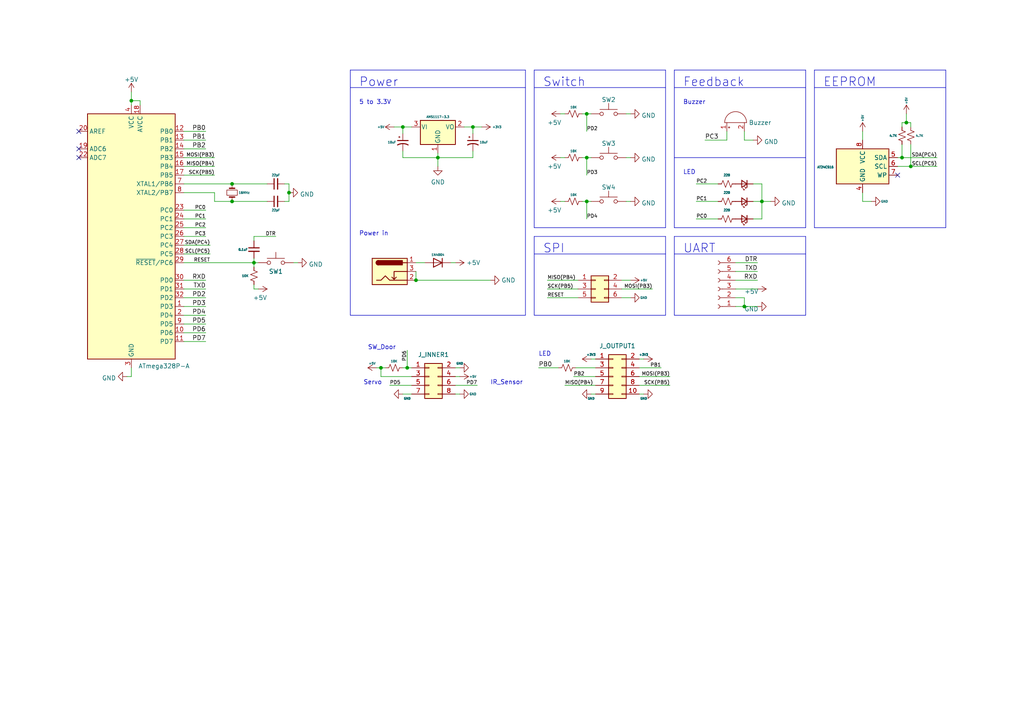
<source format=kicad_sch>
(kicad_sch (version 20211123) (generator eeschema)
  (paper "A4")
  (title_block (title "RFID Project") (date "2022-04-08") (rev "3.0") (company "Yeoncho H.S"))
  (lib_symbols
    (symbol "Connector:Barrel_Jack_Switch" (pin_names hide)
      (property "Reference" "J" (at 0 5.334 0))
      (property "Value" "Barrel_Jack_Switch" (at 0 -5.08 0))
      (symbol "Barrel_Jack_Switch_0_1"
        (rectangle (start -5.08 3.81) (end 5.08 -3.81) (stroke (width 0.254)) (fill (type background)))
        (arc (start -3.302 3.175) (mid -3.937 2.54) (end -3.302 1.905) (stroke (width 0.254)))
        (arc (start -3.302 3.175) (mid -3.937 2.54) (end -3.302 1.905) (stroke (width 0.254)) (fill (type outline)))
        (polyline (pts (xy 1.27 -2.286) (xy 1.905 -1.651)) (stroke (width 0.254)))
        (polyline (pts (xy 5.08 2.54) (xy 3.81 2.54)) (stroke (width 0.254)))
        (polyline (pts (xy 5.08 0) (xy 1.27 0) (xy 1.27 -2.286) (xy 0.635 -1.651)) (stroke (width 0.254)))
        (polyline (pts (xy -3.81 -2.54) (xy -2.54 -2.54) (xy -1.27 -1.27) (xy 0 -2.54) (xy 2.54 -2.54) (xy 5.08 -2.54)) (stroke (width 0.254)))
        (rectangle (start 3.683 3.175) (end -3.302 1.905) (stroke (width 0.254)) (fill (type outline)))
      )
      (symbol "Barrel_Jack_Switch_1_1"
        (pin passive line (at 7.62 2.54 180) (length 2.54) (name "~") (number "1"))
        (pin passive line (at 7.62 -2.54 180) (length 2.54) (name "~") (number "2"))
        (pin passive line (at 7.62 0 180) (length 2.54) (name "~") (number "3"))
      )
    )
    (symbol "Connector:Conn_01x06_Female" (pin_names (offset 1.016) hide)
      (property "Reference" "J" (at 0 7.62 0))
      (property "Value" "Conn_01x06_Female" (at 0 -10.16 0))
      (symbol "Conn_01x06_Female_1_1"
        (arc (start 0 -7.112) (mid -0.508 -7.62) (end 0 -8.128) (stroke (width 0.1524)))
        (arc (start 0 -4.572) (mid -0.508 -5.08) (end 0 -5.588) (stroke (width 0.1524)))
        (arc (start 0 -2.032) (mid -0.508 -2.54) (end 0 -3.048) (stroke (width 0.1524)))
        (polyline (pts (xy -1.27 -7.62) (xy -0.508 -7.62)) (stroke (width 0.1524)))
        (polyline (pts (xy -1.27 -5.08) (xy -0.508 -5.08)) (stroke (width 0.1524)))
        (polyline (pts (xy -1.27 -2.54) (xy -0.508 -2.54)) (stroke (width 0.1524)))
        (polyline (pts (xy -1.27 0) (xy -0.508 0)) (stroke (width 0.1524)))
        (polyline (pts (xy -1.27 2.54) (xy -0.508 2.54)) (stroke (width 0.1524)))
        (polyline (pts (xy -1.27 5.08) (xy -0.508 5.08)) (stroke (width 0.1524)))
        (arc (start 0 0.508) (mid -0.508 0) (end 0 -0.508) (stroke (width 0.1524)))
        (arc (start 0 3.048) (mid -0.508 2.54) (end 0 2.032) (stroke (width 0.1524)))
        (arc (start 0 5.588) (mid -0.508 5.08) (end 0 4.572) (stroke (width 0.1524)))
        (pin passive line (at -5.08 5.08 0) (length 3.81) (name "Pin_1") (number "1"))
        (pin passive line (at -5.08 2.54 0) (length 3.81) (name "Pin_2") (number "2"))
        (pin passive line (at -5.08 0 0) (length 3.81) (name "Pin_3") (number "3"))
        (pin passive line (at -5.08 -2.54 0) (length 3.81) (name "Pin_4") (number "4"))
        (pin passive line (at -5.08 -5.08 0) (length 3.81) (name "Pin_5") (number "5"))
        (pin passive line (at -5.08 -7.62 0) (length 3.81) (name "Pin_6") (number "6"))
      )
    )
    (symbol "Connector_Generic:Conn_02x03_Odd_Even" (pin_names (offset 1.016) hide)
      (property "Reference" "J" (at 1.27 5.08 0))
      (property "Value" "Conn_02x03_Odd_Even" (at 1.27 -5.08 0))
      (symbol "Conn_02x03_Odd_Even_1_1"
        (rectangle (start -1.27 -2.413) (end 0 -2.667) (stroke (width 0.1524)))
        (rectangle (start -1.27 0.127) (end 0 -0.127) (stroke (width 0.1524)))
        (rectangle (start -1.27 2.667) (end 0 2.413) (stroke (width 0.1524)))
        (rectangle (start -1.27 3.81) (end 3.81 -3.81) (stroke (width 0.254)) (fill (type background)))
        (rectangle (start 3.81 -2.413) (end 2.54 -2.667) (stroke (width 0.1524)))
        (rectangle (start 3.81 0.127) (end 2.54 -0.127) (stroke (width 0.1524)))
        (rectangle (start 3.81 2.667) (end 2.54 2.413) (stroke (width 0.1524)))
        (pin passive line (at -5.08 2.54 0) (length 3.81) (name "Pin_1") (number "1"))
        (pin passive line (at 7.62 2.54 180) (length 3.81) (name "Pin_2") (number "2"))
        (pin passive line (at -5.08 0 0) (length 3.81) (name "Pin_3") (number "3"))
        (pin passive line (at 7.62 0 180) (length 3.81) (name "Pin_4") (number "4"))
        (pin passive line (at -5.08 -2.54 0) (length 3.81) (name "Pin_5") (number "5"))
        (pin passive line (at 7.62 -2.54 180) (length 3.81) (name "Pin_6") (number "6"))
      )
    )
    (symbol "Connector_Generic:Conn_02x04_Odd_Even" (pin_names (offset 1.016) hide)
      (property "Reference" "J" (at 1.27 5.08 0))
      (property "Value" "Conn_02x04_Odd_Even" (at 1.27 -7.62 0))
      (symbol "Conn_02x04_Odd_Even_1_1"
        (rectangle (start -1.27 -4.953) (end 0 -5.207) (stroke (width 0.1524)))
        (rectangle (start -1.27 -2.413) (end 0 -2.667) (stroke (width 0.1524)))
        (rectangle (start -1.27 0.127) (end 0 -0.127) (stroke (width 0.1524)))
        (rectangle (start -1.27 2.667) (end 0 2.413) (stroke (width 0.1524)))
        (rectangle (start -1.27 3.81) (end 3.81 -6.35) (stroke (width 0.254)) (fill (type background)))
        (rectangle (start 3.81 -4.953) (end 2.54 -5.207) (stroke (width 0.1524)))
        (rectangle (start 3.81 -2.413) (end 2.54 -2.667) (stroke (width 0.1524)))
        (rectangle (start 3.81 0.127) (end 2.54 -0.127) (stroke (width 0.1524)))
        (rectangle (start 3.81 2.667) (end 2.54 2.413) (stroke (width 0.1524)))
        (pin passive line (at -5.08 2.54 0) (length 3.81) (name "Pin_1") (number "1"))
        (pin passive line (at 7.62 2.54 180) (length 3.81) (name "Pin_2") (number "2"))
        (pin passive line (at -5.08 0 0) (length 3.81) (name "Pin_3") (number "3"))
        (pin passive line (at 7.62 0 180) (length 3.81) (name "Pin_4") (number "4"))
        (pin passive line (at -5.08 -2.54 0) (length 3.81) (name "Pin_5") (number "5"))
        (pin passive line (at 7.62 -2.54 180) (length 3.81) (name "Pin_6") (number "6"))
        (pin passive line (at -5.08 -5.08 0) (length 3.81) (name "Pin_7") (number "7"))
        (pin passive line (at 7.62 -5.08 180) (length 3.81) (name "Pin_8") (number "8"))
      )
    )
    (symbol "Connector_Generic:Conn_02x05_Odd_Even" (pin_names (offset 1.016) hide)
      (property "Reference" "J" (at 1.27 7.62 0))
      (property "Value" "Conn_02x05_Odd_Even" (at 1.27 -7.62 0))
      (symbol "Conn_02x05_Odd_Even_1_1"
        (rectangle (start -1.27 -4.953) (end 0 -5.207) (stroke (width 0.1524)))
        (rectangle (start -1.27 -2.413) (end 0 -2.667) (stroke (width 0.1524)))
        (rectangle (start -1.27 0.127) (end 0 -0.127) (stroke (width 0.1524)))
        (rectangle (start -1.27 2.667) (end 0 2.413) (stroke (width 0.1524)))
        (rectangle (start -1.27 5.207) (end 0 4.953) (stroke (width 0.1524)))
        (rectangle (start -1.27 6.35) (end 3.81 -6.35) (stroke (width 0.254)) (fill (type background)))
        (rectangle (start 3.81 -4.953) (end 2.54 -5.207) (stroke (width 0.1524)))
        (rectangle (start 3.81 -2.413) (end 2.54 -2.667) (stroke (width 0.1524)))
        (rectangle (start 3.81 0.127) (end 2.54 -0.127) (stroke (width 0.1524)))
        (rectangle (start 3.81 2.667) (end 2.54 2.413) (stroke (width 0.1524)))
        (rectangle (start 3.81 5.207) (end 2.54 4.953) (stroke (width 0.1524)))
        (pin passive line (at -5.08 5.08 0) (length 3.81) (name "Pin_1") (number "1"))
        (pin passive line (at 7.62 -5.08 180) (length 3.81) (name "Pin_10") (number "10"))
        (pin passive line (at 7.62 5.08 180) (length 3.81) (name "Pin_2") (number "2"))
        (pin passive line (at -5.08 2.54 0) (length 3.81) (name "Pin_3") (number "3"))
        (pin passive line (at 7.62 2.54 180) (length 3.81) (name "Pin_4") (number "4"))
        (pin passive line (at -5.08 0 0) (length 3.81) (name "Pin_5") (number "5"))
        (pin passive line (at 7.62 0 180) (length 3.81) (name "Pin_6") (number "6"))
        (pin passive line (at -5.08 -2.54 0) (length 3.81) (name "Pin_7") (number "7"))
        (pin passive line (at 7.62 -2.54 180) (length 3.81) (name "Pin_8") (number "8"))
        (pin passive line (at -5.08 -5.08 0) (length 3.81) (name "Pin_9") (number "9"))
      )
    )
    (symbol "Device:Buzzer" (pin_names (offset 0.0254) hide)
      (property "Reference" "BZ" (at 3.81 1.27 0))
      (property "Value" "Buzzer" (at 3.81 -1.27 0))
      (symbol "Buzzer_0_1"
        (arc (start 0 -3.175) (mid 3.175 0) (end 0 3.175))
        (polyline (pts (xy -1.651 1.905) (xy -1.143 1.905)))
        (polyline (pts (xy -1.397 2.159) (xy -1.397 1.651)))
        (polyline (pts (xy 0 3.175) (xy 0 -3.175)))
      )
      (symbol "Buzzer_1_1"
        (pin passive line (at -2.54 2.54 0) (length 2.54) (name "-") (number "1"))
        (pin passive line (at -2.54 -2.54 0) (length 2.54) (name "+") (number "2"))
      )
    )
    (symbol "Device:C_Polarized_Small_US" (pin_numbers hide) (pin_names (offset 0.254) hide)
      (property "Reference" "C" (at 0.254 1.778 0))
      (property "Value" "C_Polarized_Small_US" (at 0.254 -2.032 0))
      (symbol "C_Polarized_Small_US_0_1"
        (polyline (pts (xy -1.524 0.508) (xy 1.524 0.508)) (stroke (width 0.3048)))
        (polyline (pts (xy -1.27 1.524) (xy -0.762 1.524)))
        (polyline (pts (xy -1.016 1.27) (xy -1.016 1.778)))
        (arc (start 1.524 -0.762) (mid 0 -0.3734) (end -1.524 -0.762) (stroke (width 0.3048)))
      )
      (symbol "C_Polarized_Small_US_1_1"
        (pin passive line (at 0 2.54 270) (length 2.032) (name "~") (number "1"))
        (pin passive line (at 0 -2.54 90) (length 2.032) (name "~") (number "2"))
      )
    )
    (symbol "Device:C_Small" (pin_numbers hide) (pin_names (offset 0.254) hide)
      (property "Reference" "C" (at 0.254 1.778 0))
      (property "Value" "C_Small" (at 0.254 -2.032 0))
      (symbol "C_Small_0_1"
        (polyline (pts (xy -1.524 -0.508) (xy 1.524 -0.508)) (stroke (width 0.3302)))
        (polyline (pts (xy -1.524 0.508) (xy 1.524 0.508)) (stroke (width 0.3048)))
      )
      (symbol "C_Small_1_1"
        (pin passive line (at 0 2.54 270) (length 2.032) (name "~") (number "1"))
        (pin passive line (at 0 -2.54 90) (length 2.032) (name "~") (number "2"))
      )
    )
    (symbol "Device:Crystal_Small" (pin_numbers hide) (pin_names (offset 1.016) hide)
      (property "Reference" "Y" (at 0 2.54 0))
      (property "Value" "Crystal_Small" (at 0 -2.54 0))
      (symbol "Crystal_Small_0_1"
        (rectangle (start -0.762 -1.524) (end 0.762 1.524))
        (polyline (pts (xy -1.27 -0.762) (xy -1.27 0.762)) (stroke (width 0.381)))
        (polyline (pts (xy 1.27 -0.762) (xy 1.27 0.762)) (stroke (width 0.381)))
      )
      (symbol "Crystal_Small_1_1"
        (pin passive line (at -2.54 0 0) (length 1.27) (name "1") (number "1"))
        (pin passive line (at 2.54 0 180) (length 1.27) (name "2") (number "2"))
      )
    )
    (symbol "Device:LED_Small" (pin_numbers hide) (pin_names (offset 0.254) hide)
      (property "Reference" "D" (at -1.27 3.175 0))
      (property "Value" "LED_Small" (at -4.445 -2.54 0))
      (symbol "LED_Small_0_1"
        (polyline (pts (xy -0.762 -1.016) (xy -0.762 1.016)) (stroke (width 0.254)))
        (polyline (pts (xy 1.016 0) (xy -0.762 0)))
        (polyline (pts (xy 0.762 -1.016) (xy -0.762 0) (xy 0.762 1.016) (xy 0.762 -1.016)) (stroke (width 0.254)))
        (polyline (pts (xy 0 0.762) (xy -0.508 1.27) (xy -0.254 1.27) (xy -0.508 1.27) (xy -0.508 1.016)))
        (polyline (pts (xy 0.508 1.27) (xy 0 1.778) (xy 0.254 1.778) (xy 0 1.778) (xy 0 1.524)))
      )
      (symbol "LED_Small_1_1"
        (pin passive line (at -2.54 0 0) (length 1.778) (name "K") (number "1"))
        (pin passive line (at 2.54 0 180) (length 1.778) (name "A") (number "2"))
      )
    )
    (symbol "Device:R_Small_US" (pin_numbers hide) (pin_names (offset 0.254) hide)
      (property "Reference" "R" (at 0.762 0.508 0))
      (property "Value" "R_Small_US" (at 0.762 -1.016 0))
      (symbol "R_Small_US_1_1"
        (polyline (pts (xy 0 0) (xy 1.016 -0.381) (xy 0 -0.762) (xy -1.016 -1.143) (xy 0 -1.524)))
        (polyline (pts (xy 0 1.524) (xy 1.016 1.143) (xy 0 0.762) (xy -1.016 0.381) (xy 0 0)))
        (pin passive line (at 0 2.54 270) (length 1.016) (name "~") (number "1"))
        (pin passive line (at 0 -2.54 90) (length 1.016) (name "~") (number "2"))
      )
    )
    (symbol "Diode:1N4004" (pin_numbers hide) (pin_names (offset 1.016) hide)
      (property "Reference" "D" (at 0 2.54 0))
      (property "Value" "1N4004" (at 0 -2.54 0))
      (symbol "1N4004_0_1"
        (polyline (pts (xy -1.27 1.27) (xy -1.27 -1.27)) (stroke (width 0.254)))
        (polyline (pts (xy 1.27 0) (xy -1.27 0)))
        (polyline (pts (xy 1.27 1.27) (xy 1.27 -1.27) (xy -1.27 0) (xy 1.27 1.27)) (stroke (width 0.254)))
      )
      (symbol "1N4004_1_1"
        (pin passive line (at -3.81 0 0) (length 2.54) (name "K") (number "1"))
        (pin passive line (at 3.81 0 180) (length 2.54) (name "A") (number "2"))
      )
    )
    (symbol "MCU_Microchip_ATmega:ATmega328P-A"
      (property "Reference" "U" (at -12.7 36.83 0))
      (property "Value" "ATmega328P-A" (at 2.54 -36.83 0))
      (symbol "ATmega328P-A_0_1"
        (rectangle (start -12.7 -35.56) (end 12.7 35.56) (stroke (width 0.254)) (fill (type background)))
      )
      (symbol "ATmega328P-A_1_1"
        (pin bidirectional line (at 15.24 -20.32 180) (length 2.54) (name "PD3") (number "1"))
        (pin bidirectional line (at 15.24 -27.94 180) (length 2.54) (name "PD6") (number "10"))
        (pin bidirectional line (at 15.24 -30.48 180) (length 2.54) (name "PD7") (number "11"))
        (pin bidirectional line (at 15.24 30.48 180) (length 2.54) (name "PB0") (number "12"))
        (pin bidirectional line (at 15.24 27.94 180) (length 2.54) (name "PB1") (number "13"))
        (pin bidirectional line (at 15.24 25.4 180) (length 2.54) (name "PB2") (number "14"))
        (pin bidirectional line (at 15.24 22.86 180) (length 2.54) (name "PB3") (number "15"))
        (pin bidirectional line (at 15.24 20.32 180) (length 2.54) (name "PB4") (number "16"))
        (pin bidirectional line (at 15.24 17.78 180) (length 2.54) (name "PB5") (number "17"))
        (pin power_in line (at 2.54 38.1 270) (length 2.54) (name "AVCC") (number "18"))
        (pin input line (at -15.24 25.4 0) (length 2.54) (name "ADC6") (number "19"))
        (pin bidirectional line (at 15.24 -22.86 180) (length 2.54) (name "PD4") (number "2"))
        (pin passive line (at -15.24 30.48 0) (length 2.54) (name "AREF") (number "20"))
        (pin passive line (at 0 -38.1 90) (length 2.54) hide (name "GND") (number "21"))
        (pin input line (at -15.24 22.86 0) (length 2.54) (name "ADC7") (number "22"))
        (pin bidirectional line (at 15.24 7.62 180) (length 2.54) (name "PC0") (number "23"))
        (pin bidirectional line (at 15.24 5.08 180) (length 2.54) (name "PC1") (number "24"))
        (pin bidirectional line (at 15.24 2.54 180) (length 2.54) (name "PC2") (number "25"))
        (pin bidirectional line (at 15.24 0 180) (length 2.54) (name "PC3") (number "26"))
        (pin bidirectional line (at 15.24 -2.54 180) (length 2.54) (name "PC4") (number "27"))
        (pin bidirectional line (at 15.24 -5.08 180) (length 2.54) (name "PC5") (number "28"))
        (pin bidirectional line (at 15.24 -7.62 180) (length 2.54) (name "~{RESET}/PC6") (number "29"))
        (pin power_in line (at 0 -38.1 90) (length 2.54) (name "GND") (number "3"))
        (pin bidirectional line (at 15.24 -12.7 180) (length 2.54) (name "PD0") (number "30"))
        (pin bidirectional line (at 15.24 -15.24 180) (length 2.54) (name "PD1") (number "31"))
        (pin bidirectional line (at 15.24 -17.78 180) (length 2.54) (name "PD2") (number "32"))
        (pin power_in line (at 0 38.1 270) (length 2.54) (name "VCC") (number "4"))
        (pin passive line (at 0 -38.1 90) (length 2.54) hide (name "GND") (number "5"))
        (pin passive line (at 0 38.1 270) (length 2.54) hide (name "VCC") (number "6"))
        (pin bidirectional line (at 15.24 15.24 180) (length 2.54) (name "XTAL1/PB6") (number "7"))
        (pin bidirectional line (at 15.24 12.7 180) (length 2.54) (name "XTAL2/PB7") (number "8"))
        (pin bidirectional line (at 15.24 -25.4 180) (length 2.54) (name "PD5") (number "9"))
      )
    )
    (symbol "Memory_EEPROM:AT24CS16-MAHM"
      (property "Reference" "U" (at -7.62 6.35 0))
      (property "Value" "AT24CS16-MAHM" (at 2.54 -6.35 0))
      (symbol "AT24CS16-MAHM_1_1"
        (rectangle (start -7.62 5.08) (end 7.62 -5.08) (stroke (width 0.254)) (fill (type background)))
        (pin power_in line (at 0 -7.62 90) (length 2.54) (name "GND") (number "4"))
        (pin bidirectional line (at 10.16 2.54 180) (length 2.54) (name "SDA") (number "5"))
        (pin input line (at 10.16 0 180) (length 2.54) (name "SCL") (number "6"))
        (pin input line (at 10.16 -2.54 180) (length 2.54) (name "WP") (number "7"))
        (pin power_in line (at 0 7.62 270) (length 2.54) (name "VCC") (number "8"))
      )
    )
    (symbol "Regulator_Linear:AMS1117-3.3" (pin_names (offset 0.254))
      (property "Reference" "U" (at -3.81 3.175 0))
      (property "Value" "AMS1117-3.3" (at 0 3.175 0))
      (symbol "AMS1117-3.3_0_1"
        (rectangle (start -5.08 -5.08) (end 5.08 1.905) (stroke (width 0.254)) (fill (type background)))
      )
      (symbol "AMS1117-3.3_1_1"
        (pin power_in line (at 0 -7.62 90) (length 2.54) (name "GND") (number "1"))
        (pin power_out line (at 7.62 0 180) (length 2.54) (name "VO") (number "2"))
        (pin power_in line (at -7.62 0 0) (length 2.54) (name "VI") (number "3"))
      )
    )
    (symbol "Switch:SW_Push" (pin_numbers hide) (pin_names (offset 1.016) hide)
      (property "Reference" "SW" (at 1.27 2.54 0))
      (property "Value" "SW_Push" (at 0 -1.524 0))
      (symbol "SW_Push_0_1"
        (circle (center -2.032 0) (radius 0.508))
        (polyline (pts (xy 0 1.27) (xy 0 3.048)))
        (polyline (pts (xy 2.54 1.27) (xy -2.54 1.27)))
        (circle (center 2.032 0) (radius 0.508))
        (pin passive line (at -5.08 0 0) (length 2.54) (name "1") (number "1"))
        (pin passive line (at 5.08 0 180) (length 2.54) (name "2") (number "2"))
      )
    )
    (symbol "power:+3.3V" (power) (pin_names (offset 0))
      (property "Value" "+3.3V" (at 0 3.556 0))
      (symbol "+3.3V_0_1"
        (polyline (pts (xy -0.762 1.27) (xy 0 2.54)))
        (polyline (pts (xy 0 0) (xy 0 2.54)))
        (polyline (pts (xy 0 2.54) (xy 0.762 1.27)))
      )
      (symbol "+3.3V_1_1"
        (pin power_in line (at 0 0 90) (length 0) hide (name "+3V3") (number "1"))
      )
    )
    (symbol "power:+5V" (power) (pin_names (offset 0))
      (property "Value" "+5V" (at 0 3.556 0))
      (symbol "+5V_0_1"
        (polyline (pts (xy -0.762 1.27) (xy 0 2.54)))
        (polyline (pts (xy 0 0) (xy 0 2.54)))
        (polyline (pts (xy 0 2.54) (xy 0.762 1.27)))
      )
      (symbol "+5V_1_1"
        (pin power_in line (at 0 0 90) (length 0) hide (name "+5V") (number "1"))
      )
    )
    (symbol "power:GND" (power) (pin_names (offset 0))
      (property "Value" "GND" (at 0 -3.81 0))
      (symbol "GND_0_1"
        (polyline (pts (xy 0 0) (xy 0 -1.27) (xy 1.27 -1.27) (xy 0 -2.54) (xy -1.27 -1.27) (xy 0 -1.27)))
      )
      (symbol "GND_1_1"
        (pin power_in line (at 0 0 270) (length 0) hide (name "GND") (number "1"))
      )
    )
  )
  (junction (at 215.9 88.9))
  (junction (at 264.16 48.26))
  (junction (at 38.1 29.21))
  (junction (at 170.18 58.42))
  (junction (at 262.89 35.56))
  (junction (at 170.18 33.02))
  (junction (at 220.98 58.42))
  (junction (at 261.62 45.72))
  (junction (at 118.11 106.68))
  (junction (at 120.65 81.28))
  (junction (at 127 45.72))
  (junction (at 67.31 58.42))
  (junction (at 67.31 53.34))
  (junction (at 137.16 36.83))
  (junction (at 170.18 45.72))
  (junction (at 116.84 36.83))
  (junction (at 110.49 106.68))
  (junction (at 83.82 55.88))
  (junction (at 73.66 76.2))
  (no_connect (at 22.86 38.1))
  (no_connect (at 260.35 50.8))
  (no_connect (at 22.86 43.18))
  (no_connect (at 22.86 45.72))
  (polyline (pts (xy 195.58 66.04) (xy 233.68 66.04)) (stroke (width 0) (type solid)))
  (wire (pts (xy 220.98 58.42) (xy 220.98 63.5)))
  (polyline (pts (xy 233.68 66.04) (xy 233.68 45.72)) (stroke (width 0) (type solid)))
  (wire (pts (xy 250.19 55.88) (xy 250.19 58.42)))
  (wire (pts (xy 38.1 26.67) (xy 38.1 29.21)))
  (wire (pts (xy 116.84 36.83) (xy 119.38 36.83)))
  (wire (pts (xy 220.98 53.34) (xy 220.98 58.42)))
  (wire (pts (xy 62.23 48.26) (xy 53.34 48.26)))
  (wire (pts (xy 53.34 96.52) (xy 59.69 96.52)))
  (wire (pts (xy 170.18 63.5) (xy 170.18 58.42)))
  (wire (pts (xy 53.34 63.5) (xy 59.69 63.5)))
  (wire (pts (xy 180.34 83.82) (xy 189.23 83.82)))
  (wire (pts (xy 53.34 76.2) (xy 73.66 76.2)))
  (wire (pts (xy 120.65 76.2) (xy 123.19 76.2)))
  (wire (pts (xy 53.34 99.06) (xy 59.69 99.06)))
  (wire (pts (xy 158.75 81.28) (xy 167.64 81.28)))
  (wire (pts (xy 215.9 86.36) (xy 215.9 88.9)))
  (wire (pts (xy 132.08 114.3) (xy 133.35 114.3)))
  (wire (pts (xy 114.3 36.83) (xy 116.84 36.83)))
  (wire (pts (xy 208.28 53.34) (xy 201.93 53.34)))
  (wire (pts (xy 36.83 109.22) (xy 38.1 109.22)))
  (wire (pts (xy 83.82 55.88) (xy 83.82 58.42)))
  (wire (pts (xy 172.72 114.3) (xy 171.45 114.3)))
  (wire (pts (xy 261.62 45.72) (xy 271.78 45.72)))
  (wire (pts (xy 53.34 68.58) (xy 59.69 68.58)))
  (polyline (pts (xy 101.6 25.4) (xy 152.4 25.4)) (stroke (width 0) (type solid)))
  (wire (pts (xy 53.34 38.1) (xy 59.69 38.1)))
  (wire (pts (xy 142.24 81.28) (xy 120.65 81.28)))
  (wire (pts (xy 127 45.72) (xy 137.16 45.72)))
  (wire (pts (xy 182.88 33.02) (xy 181.61 33.02)))
  (wire (pts (xy 262.89 35.56) (xy 264.16 35.56)))
  (wire (pts (xy 74.93 76.2) (xy 73.66 76.2)))
  (wire (pts (xy 185.42 114.3) (xy 186.69 114.3)))
  (wire (pts (xy 182.88 45.72) (xy 181.61 45.72)))
  (wire (pts (xy 208.28 58.42) (xy 201.93 58.42)))
  (polyline (pts (xy 195.58 45.72) (xy 233.68 45.72)) (stroke (width 0) (type solid)))
  (wire (pts (xy 261.62 35.56) (xy 262.89 35.56)))
  (wire (pts (xy 116.84 114.3) (xy 119.38 114.3)))
  (wire (pts (xy 74.93 83.82) (xy 73.66 83.82)))
  (wire (pts (xy 182.88 81.28) (xy 180.34 81.28)))
  (polyline (pts (xy 274.32 20.32) (xy 274.32 66.04)) (stroke (width 0) (type solid)))
  (wire (pts (xy 132.08 109.22) (xy 133.35 109.22)))
  (wire (pts (xy 264.16 48.26) (xy 271.78 48.26)))
  (wire (pts (xy 73.66 77.47) (xy 73.66 76.2)))
  (polyline (pts (xy 101.6 20.32) (xy 101.6 91.44)) (stroke (width 0) (type solid)))
  (wire (pts (xy 83.82 53.34) (xy 83.82 55.88)))
  (polyline (pts (xy 154.94 20.32) (xy 154.94 66.04)) (stroke (width 0) (type solid)))
  (wire (pts (xy 171.45 104.14) (xy 172.72 104.14)))
  (wire (pts (xy 170.18 33.02) (xy 171.45 33.02)))
  (wire (pts (xy 38.1 106.68) (xy 38.1 109.22)))
  (polyline (pts (xy 154.94 91.44) (xy 193.04 91.44)) (stroke (width 0) (type solid)))
  (wire (pts (xy 180.34 86.36) (xy 182.88 86.36)))
  (wire (pts (xy 168.91 58.42) (xy 170.18 58.42)))
  (wire (pts (xy 53.34 60.96) (xy 59.69 60.96)))
  (polyline (pts (xy 154.94 66.04) (xy 193.04 66.04)) (stroke (width 0) (type solid)))
  (wire (pts (xy 264.16 41.91) (xy 264.16 48.26)))
  (wire (pts (xy 110.49 109.22) (xy 110.49 106.68)))
  (wire (pts (xy 67.31 53.34) (xy 77.47 53.34)))
  (wire (pts (xy 82.55 53.34) (xy 83.82 53.34)))
  (wire (pts (xy 53.34 93.98) (xy 59.69 93.98)))
  (wire (pts (xy 163.83 111.76) (xy 172.72 111.76)))
  (polyline (pts (xy 233.68 20.32) (xy 233.68 45.72)) (stroke (width 0) (type solid)))
  (polyline (pts (xy 195.58 68.58) (xy 233.68 68.58)) (stroke (width 0) (type solid)))
  (wire (pts (xy 116.84 36.83) (xy 116.84 38.735)))
  (polyline (pts (xy 236.22 66.04) (xy 274.32 66.04)) (stroke (width 0) (type solid)))
  (wire (pts (xy 132.08 106.68) (xy 133.35 106.68)))
  (wire (pts (xy 62.23 50.8) (xy 53.34 50.8)))
  (wire (pts (xy 250.19 58.42) (xy 252.73 58.42)))
  (wire (pts (xy 110.49 106.68) (xy 111.76 106.68)))
  (wire (pts (xy 158.75 83.82) (xy 167.64 83.82)))
  (wire (pts (xy 116.84 45.72) (xy 127 45.72)))
  (wire (pts (xy 185.42 104.14) (xy 186.69 104.14)))
  (wire (pts (xy 137.16 43.815) (xy 137.16 45.72)))
  (wire (pts (xy 118.11 106.68) (xy 119.38 106.68)))
  (wire (pts (xy 53.34 81.28) (xy 59.69 81.28)))
  (wire (pts (xy 132.08 111.76) (xy 138.43 111.76)))
  (wire (pts (xy 156.21 106.68) (xy 161.925 106.68)))
  (wire (pts (xy 119.38 111.76) (xy 113.03 111.76)))
  (polyline (pts (xy 154.94 20.32) (xy 193.04 20.32)) (stroke (width 0) (type solid)))
  (wire (pts (xy 182.88 58.42) (xy 181.61 58.42)))
  (polyline (pts (xy 236.22 25.4) (xy 274.32 25.4)) (stroke (width 0) (type solid)))
  (wire (pts (xy 219.71 83.82) (xy 213.36 83.82)))
  (wire (pts (xy 38.1 29.21) (xy 38.1 30.48)))
  (wire (pts (xy 261.62 41.91) (xy 261.62 45.72)))
  (wire (pts (xy 53.34 73.66) (xy 60.96 73.66)))
  (wire (pts (xy 260.35 48.26) (xy 264.16 48.26)))
  (wire (pts (xy 134.62 36.83) (xy 137.16 36.83)))
  (wire (pts (xy 137.16 36.83) (xy 139.7 36.83)))
  (wire (pts (xy 264.16 35.56) (xy 264.16 36.83)))
  (wire (pts (xy 53.34 91.44) (xy 59.69 91.44)))
  (wire (pts (xy 53.34 88.9) (xy 59.69 88.9)))
  (wire (pts (xy 172.72 106.68) (xy 167.005 106.68)))
  (wire (pts (xy 262.89 33.02) (xy 262.89 35.56)))
  (wire (pts (xy 223.52 58.42) (xy 220.98 58.42)))
  (wire (pts (xy 163.83 58.42) (xy 162.56 58.42)))
  (polyline (pts (xy 195.58 73.66) (xy 233.68 73.66)) (stroke (width 0) (type solid)))
  (wire (pts (xy 67.31 58.42) (xy 62.23 58.42)))
  (polyline (pts (xy 193.04 20.32) (xy 193.04 66.04)) (stroke (width 0) (type solid)))
  (polyline (pts (xy 195.58 91.44) (xy 233.68 91.44)) (stroke (width 0) (type solid)))
  (wire (pts (xy 120.65 78.74) (xy 120.65 81.28)))
  (wire (pts (xy 62.23 55.88) (xy 62.23 58.42)))
  (polyline (pts (xy 195.58 20.32) (xy 233.68 20.32)) (stroke (width 0) (type solid)))
  (wire (pts (xy 163.83 33.02) (xy 162.56 33.02)))
  (polyline (pts (xy 154.94 25.4) (xy 193.04 25.4)) (stroke (width 0) (type solid)))
  (wire (pts (xy 59.69 86.36) (xy 53.34 86.36)))
  (polyline (pts (xy 154.94 68.58) (xy 193.04 68.58)) (stroke (width 0) (type solid)))
  (wire (pts (xy 132.08 76.2) (xy 130.81 76.2)))
  (polyline (pts (xy 193.04 91.44) (xy 193.04 68.58)) (stroke (width 0) (type solid)))
  (wire (pts (xy 53.34 45.72) (xy 62.23 45.72)))
  (wire (pts (xy 204.47 40.64) (xy 210.82 40.64)))
  (wire (pts (xy 172.72 109.22) (xy 166.37 109.22)))
  (wire (pts (xy 118.11 101.6) (xy 118.11 106.68)))
  (wire (pts (xy 116.84 106.68) (xy 118.11 106.68)))
  (polyline (pts (xy 195.58 45.72) (xy 195.58 66.04)) (stroke (width 0) (type solid)))
  (polyline (pts (xy 236.22 20.32) (xy 236.22 66.04)) (stroke (width 0) (type solid)))
  (wire (pts (xy 170.18 50.8) (xy 170.18 45.72)))
  (wire (pts (xy 210.82 38.1) (xy 210.82 40.64)))
  (wire (pts (xy 261.62 36.83) (xy 261.62 35.56)))
  (wire (pts (xy 168.91 45.72) (xy 170.18 45.72)))
  (wire (pts (xy 170.18 58.42) (xy 171.45 58.42)))
  (polyline (pts (xy 195.58 68.58) (xy 195.58 91.44)) (stroke (width 0) (type solid)))
  (wire (pts (xy 77.47 58.42) (xy 67.31 58.42)))
  (wire (pts (xy 127 48.26) (xy 127 45.72)))
  (wire (pts (xy 53.34 55.88) (xy 62.23 55.88)))
  (wire (pts (xy 219.71 88.9) (xy 215.9 88.9)))
  (wire (pts (xy 218.44 58.42) (xy 220.98 58.42)))
  (wire (pts (xy 220.98 63.5) (xy 218.44 63.5)))
  (wire (pts (xy 260.35 45.72) (xy 261.62 45.72)))
  (wire (pts (xy 109.22 106.68) (xy 110.49 106.68)))
  (wire (pts (xy 40.64 30.48) (xy 40.64 29.21)))
  (wire (pts (xy 85.09 76.2) (xy 86.36 76.2)))
  (polyline (pts (xy 101.6 20.32) (xy 152.4 20.32)) (stroke (width 0) (type solid)))
  (wire (pts (xy 170.18 38.1) (xy 170.18 33.02)))
  (wire (pts (xy 250.19 38.1) (xy 250.19 40.64)))
  (wire (pts (xy 73.66 74.93) (xy 73.66 76.2)))
  (wire (pts (xy 213.36 86.36) (xy 215.9 86.36)))
  (polyline (pts (xy 195.58 25.4) (xy 233.68 25.4)) (stroke (width 0) (type solid)))
  (wire (pts (xy 215.9 88.9) (xy 213.36 88.9)))
  (wire (pts (xy 73.66 83.82) (xy 73.66 82.55)))
  (wire (pts (xy 215.9 40.64) (xy 218.44 40.64)))
  (wire (pts (xy 82.55 58.42) (xy 83.82 58.42)))
  (wire (pts (xy 73.66 68.58) (xy 73.66 69.85)))
  (wire (pts (xy 215.9 38.1) (xy 215.9 40.64)))
  (wire (pts (xy 53.34 83.82) (xy 59.69 83.82)))
  (wire (pts (xy 218.44 53.34) (xy 220.98 53.34)))
  (wire (pts (xy 158.75 86.36) (xy 167.64 86.36)))
  (polyline (pts (xy 154.94 68.58) (xy 154.94 91.44)) (stroke (width 0) (type solid)))
  (wire (pts (xy 53.34 43.18) (xy 59.69 43.18)))
  (wire (pts (xy 53.34 40.64) (xy 59.69 40.64)))
  (polyline (pts (xy 195.58 20.32) (xy 195.58 45.72)) (stroke (width 0) (type solid)))
  (polyline (pts (xy 152.4 91.44) (xy 152.4 20.32)) (stroke (width 0) (type solid)))
  (wire (pts (xy 185.42 106.68) (xy 191.77 106.68)))
  (wire (pts (xy 163.83 45.72) (xy 162.56 45.72)))
  (polyline (pts (xy 101.6 91.44) (xy 152.4 91.44)) (stroke (width 0) (type solid)))
  (wire (pts (xy 185.42 109.22) (xy 194.31 109.22)))
  (wire (pts (xy 40.64 29.21) (xy 38.1 29.21)))
  (wire (pts (xy 219.71 81.28) (xy 213.36 81.28)))
  (wire (pts (xy 219.71 78.74) (xy 213.36 78.74)))
  (wire (pts (xy 170.18 45.72) (xy 171.45 45.72)))
  (wire (pts (xy 219.71 76.2) (xy 213.36 76.2)))
  (wire (pts (xy 53.34 66.04) (xy 59.69 66.04)))
  (wire (pts (xy 53.34 71.12) (xy 60.96 71.12)))
  (wire (pts (xy 137.16 36.83) (xy 137.16 38.735)))
  (wire (pts (xy 53.34 53.34) (xy 67.31 53.34)))
  (polyline (pts (xy 154.94 73.66) (xy 193.04 73.66)) (stroke (width 0) (type solid)))
  (wire (pts (xy 127 44.45) (xy 127 45.72)))
  (wire (pts (xy 168.91 33.02) (xy 170.18 33.02)))
  (wire (pts (xy 194.31 111.76) (xy 185.42 111.76)))
  (wire (pts (xy 208.28 63.5) (xy 201.93 63.5)))
  (polyline (pts (xy 236.22 20.32) (xy 274.32 20.32)) (stroke (width 0) (type solid)))
  (polyline (pts (xy 233.68 91.44) (xy 233.68 68.58)) (stroke (width 0) (type solid)))
  (wire (pts (xy 110.49 109.22) (xy 119.38 109.22)))
  (wire (pts (xy 80.01 68.58) (xy 73.66 68.58)))
  (wire (pts (xy 116.84 43.815) (xy 116.84 45.72)))
  (text "Feedback" (at 198.12 25.4 0) (effects (font (size 2.54 2.54)) (justify left bottom)))
  (text "Power in" (at 104.14 68.58 0) (effects (font (size 1.27 1.27)) (justify left bottom)))
  (text "Power" (at 104.14 25.4 0) (effects (font (size 2.54 2.54)) (justify left bottom)))
  (text "Servo" (at 105.41 111.76 0) (effects (font (size 1.27 1.27)) (justify left bottom)))
  (text "UART" (at 198.12 73.66 0) (effects (font (size 2.54 2.54)) (justify left bottom)))
  (text "Buzzer" (at 198.12 30.48 0) (effects (font (size 1.27 1.27)) (justify left bottom)))
  (text "IR_Sensor" (at 142.24 111.76 0) (effects (font (size 1.27 1.27)) (justify left bottom)))
  (text "LED" (at 198.12 50.8 0) (effects (font (size 1.27 1.27)) (justify left bottom)))
  (text "LED" (at 156.21 103.505 0) (effects (font (size 1.27 1.27)) (justify left bottom)))
  (text "SW_Door" (at 106.68 101.6 0) (effects (font (size 1.27 1.27)) (justify left bottom)))
  (text "SPI" (at 157.48 73.66 0) (effects (font (size 2.54 2.54)) (justify left bottom)))
  (text "5 to 3.3V" (at 104.14 30.48 0) (effects (font (size 1.27 1.27)) (justify left bottom)))
  (text "EEPROM" (at 238.76 25.4 0) (effects (font (size 2.54 2.54)) (justify left bottom)))
  (text "Switch" (at 157.48 25.4 0) (effects (font (size 2.54 2.54)) (justify left bottom)))
  (label "RESET" (at 60.96 76.2 180) (effects (font (size 1.016 1.016))))
  (label "PD7" (at 59.69 99.06 180))
  (label "PD4" (at 170.18 63.5 0) (effects (font (size 1.016 1.016))))
  (label "SCL(PC5)" (at 60.96 73.66 180) (effects (font (size 1.016 1.016))))
  (label "PC3" (at 59.69 68.58 180) (effects (font (size 1.016 1.016))))
  (label "MISO(PB4)" (at 62.23 48.26 180) (effects (font (size 1.016 1.016))))
  (label "PB0" (at 156.21 106.68 0))
  (label "SCK(PB5)" (at 62.23 50.8 180) (effects (font (size 1.016 1.016))))
  (label "PB1" (at 191.77 106.68 180) (effects (font (size 1.016 1.016))))
  (label "DTR" (at 80.01 68.58 180) (effects (font (size 1.016 1.016))))
  (label "PC2" (at 59.69 66.04 180) (effects (font (size 1.016 1.016))))
  (label "PB1" (at 59.69 40.64 180))
  (label "SDA(PC4)" (at 60.96 71.12 180) (effects (font (size 1.016 1.016))))
  (label "PD6" (at 118.11 101.6 270) (effects (font (size 1.016 1.016))))
  (label "MOSI(PB3)" (at 194.31 109.22 180) (effects (font (size 1.016 1.016))))
  (label "PB2" (at 166.37 109.22 0) (effects (font (size 1.016 1.016))))
  (label "PD5" (at 113.03 111.76 0) (effects (font (size 1.016 1.016))))
  (label "PC0" (at 59.69 60.96 180) (effects (font (size 1.016 1.016))))
  (label "TXD" (at 59.69 83.82 180))
  (label "PB2" (at 59.69 43.18 180))
  (label "PD3" (at 59.69 88.9 180))
  (label "PD6" (at 59.69 96.52 180))
  (label "DTR" (at 219.71 76.2 180))
  (label "MOSI(PB3)" (at 62.23 45.72 180) (effects (font (size 1.016 1.016))))
  (label "PC1" (at 59.69 63.5 180) (effects (font (size 1.016 1.016))))
  (label "SCK(PB5)" (at 194.31 111.76 180) (effects (font (size 1.016 1.016))))
  (label "PD7" (at 138.43 111.76 180) (effects (font (size 1.016 1.016))))
  (label "SCK(PB5)" (at 158.75 83.82 0) (effects (font (size 1.016 1.016))))
  (label "RESET" (at 158.75 86.36 0) (effects (font (size 1.016 1.016))))
  (label "PC1" (at 201.93 58.42 0) (effects (font (size 1.016 1.016))))
  (label "PD4" (at 59.69 91.44 180))
  (label "PC0" (at 201.93 63.5 0) (effects (font (size 1.016 1.016))))
  (label "SDA(PC4)" (at 271.78 45.72 180) (effects (font (size 1.016 1.016))))
  (label "PD3" (at 170.18 50.8 0) (effects (font (size 1.016 1.016))))
  (label "PC2" (at 201.93 53.34 0) (effects (font (size 1.016 1.016))))
  (label "PD2" (at 59.69 86.36 180))
  (label "PB0" (at 59.69 38.1 180))
  (label "RXD" (at 59.69 81.28 180))
  (label "PD5" (at 59.69 93.98 180))
  (label "MISO(PB4)" (at 163.83 111.76 0) (effects (font (size 1.016 1.016))))
  (label "SCL(PC5)" (at 271.78 48.26 180) (effects (font (size 1.016 1.016))))
  (label "PD2" (at 170.18 38.1 0) (effects (font (size 1.016 1.016))))
  (label "MOSI(PB3)" (at 189.23 83.82 180) (effects (font (size 1.016 1.016))))
  (label "PC3" (at 204.47 40.64 0))
  (label "MISO(PB4)" (at 158.75 81.28 0) (effects (font (size 1.016 1.016))))
  (label "RXD" (at 219.71 81.28 180))
  (label "TXD" (at 219.71 78.74 180))
  (symbol (lib_id "power:GND") (at 171.45 114.3 270) (mirror x) (unit 1)
    (property "Reference" "#PWR020" (effects hide))
    (property "Value" "GND" (at 171.45 115.57 90) (effects (font (size 0.635 0.635))))
  )
  (symbol (lib_id "power:+3.3V") (at 171.45 104.14 90) (unit 1)
    (property "Reference" "#PWR019" (effects hide))
    (property "Value" "+3.3V" (at 171.45 102.87 90) (effects (font (size 0.635 0.635))))
  )
  (symbol (lib_id "power:GND") (at 127 48.26 0) (unit 1)
    (property "Reference" "#PWR09" (effects hide))
    (property "Value" "GND" (at 127 52.8225 0))
  )
  (symbol (lib_id "power:GND") (at 223.52 58.42 90) (unit 1)
    (property "Reference" "#PWR031" (effects hide))
    (property "Value" "GND" (at 226.695 58.899 90) (effects (justify right)))
  )
  (symbol (lib_id "power:+5V") (at 133.35 109.22 270) (unit 1)
    (property "Reference" "#PWR011" (effects hide))
    (property "Value" "+5V" (at 137.16 109.22 90) (effects (font (size 0.635 0.635))))
  )
  (symbol (lib_id "Device:LED_Small") (at 215.9 63.5 180) (unit 1)
    (property "Reference" "D4" (effects hide))
    (property "Value" "LED_Small" (effects hide))
    (property "Footprint" "LED_SMD:LED_0603_1608Metric" (effects hide))
  )
  (symbol (lib_id "Device:R_Small_US") (at 73.66 80.01 180) (unit 1)
    (property "Reference" "R1" (effects hide))
    (property "Value" "10K" (at 71.12 80.01 0) (effects (font (size 0.635 0.635))))
    (property "Footprint" "Resistor_SMD:R_0603_1608Metric" (effects hide))
  )
  (symbol (lib_id "Device:R_Small_US") (at 210.82 58.42 90) (unit 1)
    (property "Reference" "R8" (effects hide))
    (property "Value" "220" (at 210.82 55.88 90) (effects (font (size 0.635 0.635))))
    (property "Footprint" "Resistor_SMD:R_0603_1608Metric" (effects hide))
  )
  (symbol (lib_id "power:GND") (at 182.88 58.42 90) (unit 1)
    (property "Reference" "#PWR023" (effects hide))
    (property "Value" "GND" (at 186.055 58.899 90) (effects (justify right)))
  )
  (symbol (lib_id "Device:C_Polarized_Small_US") (at 137.16 41.275 0) (unit 1)
    (property "Reference" "C5" (effects hide))
    (property "Value" "10uF" (at 140.335 41.275 0) (effects (font (size 0.635 0.635))))
    (property "Footprint" "Capacitor_Tantalum_SMD:CP_EIA-3216-10_Kemet-I" (effects hide))
  )
  (symbol (lib_id "power:GND") (at 36.83 109.22 270) (unit 1)
    (property "Reference" "#PWR01" (effects hide))
    (property "Value" "GND" (at 33.6551 109.6538 90) (effects (justify right)))
  )
  (symbol (lib_id "power:+5V") (at 162.56 33.02 90) (unit 1)
    (property "Reference" "#PWR016" (effects hide))
    (property "Value" "+5V" (at 158.75 35.56 90) (effects (justify right)))
  )
  (symbol (lib_id "power:GND") (at 252.73 58.42 90) (unit 1)
    (property "Reference" "#PWR033" (effects hide))
    (property "Value" "GND" (at 256.54 58.42 90) (effects (font (size 0.635 0.635))))
  )
  (symbol (lib_id "power:GND") (at 86.36 76.2 90) (unit 1)
    (property "Reference" "#PWR05" (effects hide))
    (property "Value" "GND" (at 89.535 76.679 90) (effects (justify right)))
  )
  (symbol (lib_id "Connector:Barrel_Jack_Switch") (at 113.03 78.74 0) (unit 1)
    (property "Reference" "POWER_JACK1" (effects hide))
    (property "Value" "5.5pi" (effects hide))
    (property "Footprint" "Connector_BarrelJack:BarrelJack_Horizontal" (effects hide))
  )
  (symbol (lib_id "Device:R_Small_US") (at 164.465 106.68 90) (unit 1)
    (property "Reference" "R3" (effects hide))
    (property "Value" "10K" (at 164.465 104.775 90) (effects (font (size 0.635 0.635))))
    (property "Footprint" "Resistor_SMD:R_0603_1608Metric" (effects hide))
  )
  (symbol (lib_id "power:GND") (at 182.88 45.72 90) (unit 1)
    (property "Reference" "#PWR022" (effects hide))
    (property "Value" "GND" (at 186.055 46.199 90) (effects (justify right)))
  )
  (symbol (lib_id "Switch:SW_Push") (at 176.53 33.02 0) (unit 1)
    (property "Reference" "SW2" (at 176.53 28.9075 0))
    (property "Value" "SW_Push" (effects hide))
    (property "Footprint" "Button_Switch_THT:SW_PUSH-12mm" (effects hide))
  )
  (symbol (lib_id "power:+5V") (at 114.3 36.83 90) (unit 1)
    (property "Reference" "#PWR07" (effects hide))
    (property "Value" "+5V" (at 110.49 36.83 90) (effects (font (size 0.635 0.635))))
  )
  (symbol (lib_id "power:GND") (at 133.35 114.3 90) (unit 1)
    (property "Reference" "#PWR012" (effects hide))
    (property "Value" "GND" (at 137.16 114.3 90) (effects (font (size 0.635 0.635))))
  )
  (symbol (lib_id "MCU_Microchip_ATmega:ATmega328P-A") (at 38.1 68.58 0) (unit 1)
    (property "Reference" "U1" (effects hide))
    (property "Value" "ATmega328P-A" (at 40.1194 106.1704 0) (effects (justify left)))
    (property "Footprint" "Package_QFP:TQFP-32_7x7mm_P0.8mm" (effects hide))
    (property "Datasheet" "http://ww1.microchip.com/downloads/en/DeviceDoc/ATmega328_P%20AVR%20MCU%20with%20picoPower%20Technology%20Data%20Sheet%2040001984A.pdf" (effects hide))
  )
  (symbol (lib_id "power:+5V") (at 182.88 81.28 270) (unit 1)
    (property "Reference" "#PWR024" (effects hide))
    (property "Value" "+5V" (at 186.69 81.28 90) (effects (font (size 0.635 0.635))))
  )
  (symbol (lib_id "Device:C_Polarized_Small_US") (at 116.84 41.275 0) (unit 1)
    (property "Reference" "C4" (effects hide))
    (property "Value" "10uF" (at 113.665 41.275 0) (effects (font (size 0.635 0.635))))
    (property "Footprint" "Capacitor_Tantalum_SMD:CP_EIA-3216-10_Kemet-I" (effects hide))
  )
  (symbol (lib_id "power:+5V") (at 162.56 45.72 90) (unit 1)
    (property "Reference" "#PWR017" (effects hide))
    (property "Value" "+5V" (at 158.75 48.26 90) (effects (justify right)))
  )
  (symbol (lib_id "power:+5V") (at 162.56 58.42 90) (unit 1)
    (property "Reference" "#PWR018" (effects hide))
    (property "Value" "+5V" (at 158.75 60.96 90) (effects (justify right)))
  )
  (symbol (lib_id "Device:R_Small_US") (at 166.37 33.02 90) (unit 1)
    (property "Reference" "R4" (effects hide))
    (property "Value" "10K" (at 166.37 31.1052 90) (effects (font (size 0.635 0.635))))
    (property "Footprint" "Resistor_SMD:R_0603_1608Metric" (effects hide))
  )
  (symbol (lib_id "power:GND") (at 83.82 55.88 90) (unit 1)
    (property "Reference" "#PWR04" (effects hide))
    (property "Value" "GND" (at 86.995 56.359 90) (effects (justify right)))
  )
  (symbol (lib_id "Device:LED_Small") (at 215.9 58.42 180) (unit 1)
    (property "Reference" "D3" (effects hide))
    (property "Value" "LED_Small" (effects hide))
    (property "Footprint" "LED_SMD:LED_0603_1608Metric" (effects hide))
  )
  (symbol (lib_id "power:GND") (at 116.84 114.3 270) (unit 1)
    (property "Reference" "#PWR08" (effects hide))
    (property "Value" "GND" (at 118.11 115.57 90) (effects (font (size 0.635 0.635))))
  )
  (symbol (lib_id "power:GND") (at 182.88 86.36 90) (unit 1)
    (property "Reference" "#PWR025" (effects hide))
    (property "Value" "GND" (at 186.69 86.36 90) (effects (font (size 0.635 0.635))))
  )
  (symbol (lib_id "Device:R_Small_US") (at 166.37 45.72 90) (unit 1)
    (property "Reference" "R5" (effects hide))
    (property "Value" "10K" (at 166.37 43.815 90) (effects (font (size 0.635 0.635))))
    (property "Footprint" "Resistor_SMD:R_0603_1608Metric" (effects hide))
  )
  (symbol (lib_id "Device:R_Small_US") (at 114.3 106.68 270) (unit 1)
    (property "Reference" "R2" (effects hide))
    (property "Value" "10K" (at 114.3 104.775 90) (effects (font (size 0.635 0.635))))
    (property "Footprint" "Resistor_SMD:R_0603_1608Metric" (effects hide))
  )
  (symbol (lib_id "power:+5V") (at 262.89 33.02 0) (unit 1)
    (property "Reference" "#PWR034" (effects hide))
    (property "Value" "+5V" (at 262.89 29.21 90) (effects (font (size 0.635 0.635))))
  )
  (symbol (lib_id "Device:Crystal_Small") (at 67.31 55.88 90) (unit 1)
    (property "Reference" "Y1" (effects hide))
    (property "Value" "16MHz" (at 69.215 55.88 90) (effects (font (size 0.635 0.635)) (justify right)))
    (property "Footprint" "Crystal:Crystal_HC49-4H_Vertical" (effects hide))
  )
  (symbol (lib_id "power:GND") (at 133.35 106.68 90) (unit 1)
    (property "Reference" "#PWR010" (effects hide))
    (property "Value" "GND" (at 133.35 105.41 90) (effects (font (size 0.635 0.635))))
  )
  (symbol (lib_id "Device:LED_Small") (at 215.9 53.34 180) (unit 1)
    (property "Reference" "D2" (effects hide))
    (property "Value" "LED_Small" (effects hide))
    (property "Footprint" "LED_SMD:LED_0603_1608Metric" (effects hide))
  )
  (symbol (lib_id "power:+3.3V") (at 186.69 104.14 270) (unit 1)
    (property "Reference" "#PWR026" (effects hide))
    (property "Value" "+3.3V" (at 186.69 102.87 90) (effects (font (size 0.635 0.635))))
  )
  (symbol (lib_id "Device:R_Small_US") (at 210.82 53.34 90) (unit 1)
    (property "Reference" "R7" (effects hide))
    (property "Value" "220" (at 210.82 50.8 90) (effects (font (size 0.635 0.635))))
    (property "Footprint" "Resistor_SMD:R_0603_1608Metric" (effects hide))
  )
  (symbol (lib_id "power:+5V") (at 250.19 38.1 0) (unit 1)
    (property "Reference" "#PWR032" (effects hide))
    (property "Value" "+5V" (at 250.19 34.29 90) (effects (font (size 0.635 0.635))))
  )
  (symbol (lib_id "Connector_Generic:Conn_02x03_Odd_Even") (at 172.72 83.82 0) (unit 1)
    (property "Reference" "J_SPI1" (effects hide))
    (property "Value" "Conn_02x03_Odd_Even" (effects hide))
    (property "Footprint" "Connector_PinHeader_2.54mm:PinHeader_2x03_P2.54mm_Vertical" (effects hide))
  )
  (symbol (lib_id "Regulator_Linear:AMS1117-3.3") (at 127 36.83 0) (unit 1)
    (property "Reference" "U2" (effects hide))
    (property "Value" "AMS1117-3.3" (at 127 33.8992 0) (effects (font (size 0.635 0.635))))
    (property "Footprint" "Package_TO_SOT_SMD:SOT-223-3_TabPin2" (effects hide))
    (property "Datasheet" "http://www.advanced-monolithic.com/pdf/ds1117.pdf" (effects hide))
  )
  (symbol (lib_id "Switch:SW_Push") (at 176.53 58.42 0) (unit 1)
    (property "Reference" "SW4" (at 176.53 54.3075 0))
    (property "Value" "SW_Push" (effects hide))
    (property "Footprint" "Button_Switch_THT:SW_PUSH_6mm_H5mm" (effects hide))
  )
  (symbol (lib_id "power:GND") (at 219.71 88.9 90) (unit 1)
    (property "Reference" "#PWR030" (effects hide))
    (property "Value" "GND" (at 215.9 88.9 90) (effects (justify right bottom)))
  )
  (symbol (lib_id "power:+5V") (at 74.93 83.82 270) (unit 1)
    (property "Reference" "#PWR03" (effects hide))
    (property "Value" "+5V" (at 77.47 86.36 90) (effects (justify right)))
  )
  (symbol (lib_id "Device:R_Small_US") (at 210.82 63.5 90) (unit 1)
    (property "Reference" "R9" (effects hide))
    (property "Value" "220" (at 210.82 60.96 90) (effects (font (size 0.635 0.635))))
    (property "Footprint" "Resistor_SMD:R_0603_1608Metric" (effects hide))
  )
  (symbol (lib_id "Connector_Generic:Conn_02x05_Odd_Even") (at 177.8 109.22 0) (unit 1)
    (property "Reference" "J_OUTPUT1" (at 179.07 100.33 0))
    (property "Value" "Conn_02x05_Odd_Even" (effects hide))
    (property "Footprint" "Connector_PinHeader_2.54mm:PinHeader_2x05_P2.54mm_Vertical" (effects hide))
  )
  (symbol (lib_id "power:+5V") (at 109.22 106.68 90) (unit 1)
    (property "Reference" "#PWR06" (effects hide))
    (property "Value" "+5V" (at 107.95 105.41 90) (effects (font (size 0.635 0.635))))
  )
  (symbol (lib_id "Device:C_Small") (at 80.01 58.42 90) (unit 1)
    (property "Reference" "C3" (effects hide))
    (property "Value" "22pF" (at 80.01 60.96 90) (effects (font (size 0.635 0.635))))
    (property "Footprint" "Capacitor_SMD:C_0603_1608Metric" (effects hide))
  )
  (symbol (lib_id "power:+5V") (at 219.71 83.82 270) (unit 1)
    (property "Reference" "#PWR029" (effects hide))
    (property "Value" "+5V" (at 215.9 83.82 90) (effects (justify left top)))
  )
  (symbol (lib_id "Device:R_Small_US") (at 166.37 58.42 90) (unit 1)
    (property "Reference" "R6" (effects hide))
    (property "Value" "10K" (at 166.37 56.515 90) (effects (font (size 0.635 0.635))))
    (property "Footprint" "Resistor_SMD:R_0603_1608Metric" (effects hide))
  )
  (symbol (lib_id "power:GND") (at 182.88 33.02 90) (unit 1)
    (property "Reference" "#PWR021" (effects hide))
    (property "Value" "GND" (at 186.055 33.499 90) (effects (justify right)))
  )
  (symbol (lib_id "power:+3.3V") (at 139.7 36.83 270) (unit 1)
    (property "Reference" "#PWR013" (effects hide))
    (property "Value" "+3.3V" (at 144.145 36.83 90) (effects (font (size 0.635 0.635))))
  )
  (symbol (lib_id "power:GND") (at 186.69 114.3 90) (mirror x) (unit 1)
    (property "Reference" "#PWR027" (effects hide))
    (property "Value" "GND" (at 186.69 115.57 90) (effects (font (size 0.635 0.635))))
  )
  (symbol (lib_id "Switch:SW_Push") (at 176.53 45.72 0) (unit 1)
    (property "Reference" "SW3" (at 176.53 41.6075 0))
    (property "Value" "SW_Push" (effects hide))
    (property "Footprint" "Button_Switch_THT:SW_PUSH_6mm_H5mm" (effects hide))
  )
  (symbol (lib_id "Switch:SW_Push") (at 80.01 76.2 0) (unit 1)
    (property "Reference" "SW1" (at 80.01 78.74 0))
    (property "Value" "SW_Push" (effects hide))
    (property "Footprint" "Connector_PinHeader_2.54mm:PinHeader_1x02_P2.54mm_Vertical" (effects hide))
  )
  (symbol (lib_id "power:GND") (at 142.24 81.28 90) (unit 1)
    (property "Reference" "#PWR015" (effects hide))
    (property "Value" "GND" (at 145.415 81.28 90) (effects (justify right)))
  )
  (symbol (lib_id "Memory_EEPROM:AT24CS16-MAHM") (at 250.19 48.26 0) (unit 1)
    (property "Reference" "U3" (effects hide))
    (property "Value" "AT24CS16" (at 241.8081 48.477 0) (effects (font (size 0.635 0.635)) (justify right)))
    (property "Footprint" "Package_DIP:DIP-8_W7.62mm_Socket_LongPads" (effects hide))
    (property "Datasheet" "http://ww1.microchip.com/downloads/en/DeviceDoc/Atmel-8859-SEEPROM-AT24CS16-Datasheet.pdf" (effects hide))
  )
  (symbol (lib_id "Device:R_Small_US") (at 261.62 39.37 0) (unit 1)
    (property "Reference" "R10" (effects hide))
    (property "Value" "4.7K" (at 259.08 39.37 0) (effects (font (size 0.635 0.635))))
    (property "Footprint" "Resistor_SMD:R_0603_1608Metric" (effects hide))
  )
  (symbol (lib_id "power:+5V") (at 38.1 26.67 0) (unit 1)
    (property "Reference" "#PWR02" (effects hide))
    (property "Value" "+5V" (at 38.1 23.0655 0))
  )
  (symbol (lib_id "Device:C_Small") (at 73.66 72.39 0) (unit 1)
    (property "Reference" "C1" (effects hide))
    (property "Value" "0.1uF" (at 70.485 72.39 0) (effects (font (size 0.635 0.635))))
    (property "Footprint" "Capacitor_SMD:C_0603_1608Metric" (effects hide))
  )
  (symbol (lib_id "power:+5V") (at 132.08 76.2 270) (unit 1)
    (property "Reference" "#PWR014" (effects hide))
    (property "Value" "+5V" (at 135.255 76.2 90) (effects (justify left)))
  )
  (symbol (lib_id "Connector_Generic:Conn_02x04_Odd_Even") (at 124.46 109.22 0) (unit 1)
    (property "Reference" "J_INNER1" (at 125.73 102.87 0))
    (property "Value" "Conn_02x04_Odd_Even" (effects hide))
    (property "Footprint" "Connector_PinHeader_2.54mm:PinHeader_2x04_P2.54mm_Vertical" (effects hide))
  )
  (symbol (lib_id "Diode:1N4004") (at 127 76.2 180) (unit 1)
    (property "Reference" "D1" (effects hide))
    (property "Value" "1N4004" (at 127 73.9042 0) (effects (font (size 0.635 0.635))))
    (property "Footprint" "Diode_SMD:D_SMA" (effects hide))
    (property "Datasheet" "http://www.vishay.com/docs/88503/1n4001.pdf" (effects hide))
  )
  (symbol (lib_id "Device:Buzzer") (at 213.36 35.56 90) (unit 1)
    (property "Reference" "BZ1" (effects hide))
    (property "Value" "Buzzer" (at 217.17 35.56 90) (effects (justify right)))
    (property "Footprint" "SW:FQ-014[Buzzer]" (effects hide))
  )
  (symbol (lib_id "Device:C_Small") (at 80.01 53.34 90) (unit 1)
    (property "Reference" "C2" (effects hide))
    (property "Value" "22pF" (at 80.01 50.8 90) (effects (font (size 0.635 0.635))))
    (property "Footprint" "Capacitor_SMD:C_0603_1608Metric" (effects hide))
  )
  (symbol (lib_id "Device:R_Small_US") (at 264.16 39.37 0) (unit 1)
    (property "Reference" "R11" (effects hide))
    (property "Value" "4.7K" (at 266.7 39.37 0) (effects (font (size 0.635 0.635))))
    (property "Footprint" "Resistor_SMD:R_0603_1608Metric" (effects hide))
  )
  (symbol (lib_id "Connector:Conn_01x06_Female") (at 208.28 83.82 180) (unit 1)
    (property "Reference" "J_UART1" (effects hide))
    (property "Value" "Conn_01x06_Female" (effects hide))
    (property "Footprint" "Connector_PinHeader_2.54mm:PinHeader_1x06_P2.54mm_Vertical" (effects hide))
  )
  (symbol (lib_id "power:GND") (at 218.44 40.64 90) (unit 1)
    (property "Reference" "#PWR028" (effects hide))
    (property "Value" "GND" (at 221.615 41.119 90) (effects (justify right)))
  )
)
</source>
